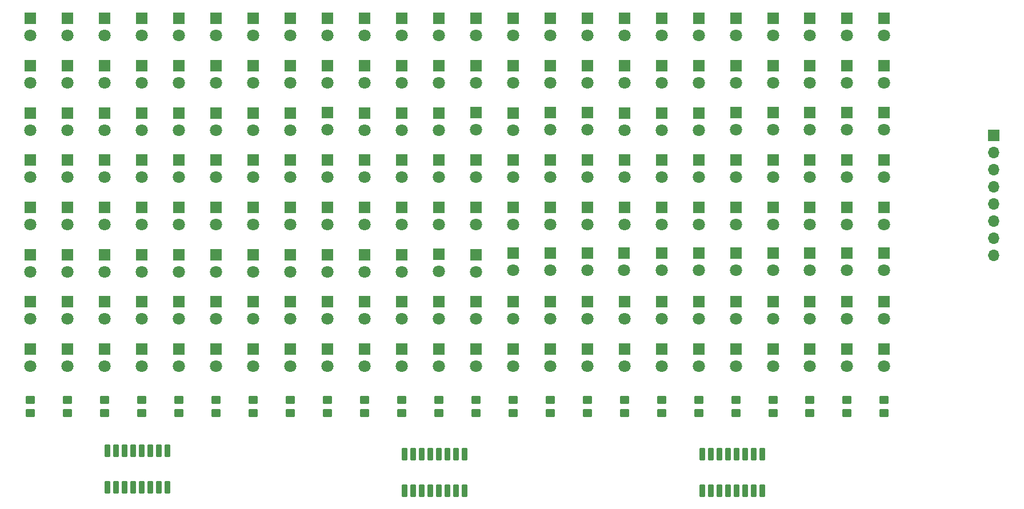
<source format=gbr>
%TF.GenerationSoftware,KiCad,Pcbnew,7.0.10-7.0.10~ubuntu22.04.1*%
%TF.CreationDate,2024-03-22T22:41:02+05:30*%
%TF.ProjectId,LEd_Display,4c45645f-4469-4737-906c-61792e6b6963,rev?*%
%TF.SameCoordinates,Original*%
%TF.FileFunction,Soldermask,Top*%
%TF.FilePolarity,Negative*%
%FSLAX46Y46*%
G04 Gerber Fmt 4.6, Leading zero omitted, Abs format (unit mm)*
G04 Created by KiCad (PCBNEW 7.0.10-7.0.10~ubuntu22.04.1) date 2024-03-22 22:41:02*
%MOMM*%
%LPD*%
G01*
G04 APERTURE LIST*
G04 Aperture macros list*
%AMRoundRect*
0 Rectangle with rounded corners*
0 $1 Rounding radius*
0 $2 $3 $4 $5 $6 $7 $8 $9 X,Y pos of 4 corners*
0 Add a 4 corners polygon primitive as box body*
4,1,4,$2,$3,$4,$5,$6,$7,$8,$9,$2,$3,0*
0 Add four circle primitives for the rounded corners*
1,1,$1+$1,$2,$3*
1,1,$1+$1,$4,$5*
1,1,$1+$1,$6,$7*
1,1,$1+$1,$8,$9*
0 Add four rect primitives between the rounded corners*
20,1,$1+$1,$2,$3,$4,$5,0*
20,1,$1+$1,$4,$5,$6,$7,0*
20,1,$1+$1,$6,$7,$8,$9,0*
20,1,$1+$1,$8,$9,$2,$3,0*%
G04 Aperture macros list end*
%ADD10RoundRect,0.054180X-0.332820X0.842820X-0.332820X-0.842820X0.332820X-0.842820X0.332820X0.842820X0*%
%ADD11RoundRect,0.250000X0.450000X-0.350000X0.450000X0.350000X-0.450000X0.350000X-0.450000X-0.350000X0*%
%ADD12O,1.700000X1.700000*%
%ADD13R,1.700000X1.700000*%
%ADD14C,1.800000*%
%ADD15R,1.800000X1.800000*%
G04 APERTURE END LIST*
D10*
%TO.C,U4*%
X191140000Y-119775000D03*
X189870000Y-119775000D03*
X188600000Y-119775000D03*
X187330000Y-119775000D03*
X186060000Y-119775000D03*
X184790000Y-119775000D03*
X183520000Y-119775000D03*
X182250000Y-119775000D03*
X182250000Y-114355000D03*
X183520000Y-114355000D03*
X184790000Y-114355000D03*
X186060000Y-114355000D03*
X187330000Y-114355000D03*
X188600000Y-114355000D03*
X189870000Y-114355000D03*
X191140000Y-114355000D03*
%TD*%
%TO.C,U3*%
X147040000Y-119775000D03*
X145770000Y-119775000D03*
X144500000Y-119775000D03*
X143230000Y-119775000D03*
X141960000Y-119775000D03*
X140690000Y-119775000D03*
X139420000Y-119775000D03*
X138150000Y-119775000D03*
X138150000Y-114355000D03*
X139420000Y-114355000D03*
X140690000Y-114355000D03*
X141960000Y-114355000D03*
X143230000Y-114355000D03*
X144500000Y-114355000D03*
X145770000Y-114355000D03*
X147040000Y-114355000D03*
%TD*%
%TO.C,U2*%
X103020000Y-113855000D03*
X101750000Y-113855000D03*
X100480000Y-113855000D03*
X99210000Y-113855000D03*
X97940000Y-113855000D03*
X96670000Y-113855000D03*
X95400000Y-113855000D03*
X94130000Y-113855000D03*
X94130000Y-119275000D03*
X95400000Y-119275000D03*
X96670000Y-119275000D03*
X97940000Y-119275000D03*
X99210000Y-119275000D03*
X100480000Y-119275000D03*
X101750000Y-119275000D03*
X103020000Y-119275000D03*
%TD*%
D11*
%TO.C,R24*%
X170750000Y-106275000D03*
X170750000Y-108275000D03*
%TD*%
%TO.C,R23*%
X176250000Y-106275000D03*
X176250000Y-108275000D03*
%TD*%
%TO.C,R22*%
X181750000Y-106275000D03*
X181750000Y-108275000D03*
%TD*%
%TO.C,R21*%
X187250000Y-106275000D03*
X187250000Y-108275000D03*
%TD*%
%TO.C,R20*%
X192750000Y-106275000D03*
X192750000Y-108275000D03*
%TD*%
%TO.C,R19*%
X198250000Y-106275000D03*
X198250000Y-108275000D03*
%TD*%
%TO.C,R18*%
X203750000Y-106275000D03*
X203750000Y-108275000D03*
%TD*%
%TO.C,R17*%
X209250000Y-106275000D03*
X209250000Y-108275000D03*
%TD*%
%TO.C,R16*%
X126750000Y-106275000D03*
X126750000Y-108275000D03*
%TD*%
%TO.C,R15*%
X132250000Y-106275000D03*
X132250000Y-108275000D03*
%TD*%
%TO.C,R14*%
X137750000Y-106275000D03*
X137750000Y-108275000D03*
%TD*%
%TO.C,R13*%
X143250000Y-106275000D03*
X143250000Y-108275000D03*
%TD*%
%TO.C,R12*%
X148750000Y-106275000D03*
X148750000Y-108275000D03*
%TD*%
%TO.C,R11*%
X154250000Y-106275000D03*
X154250000Y-108275000D03*
%TD*%
%TO.C,R10*%
X159750000Y-106275000D03*
X159750000Y-108275000D03*
%TD*%
%TO.C,R9*%
X165250000Y-106275000D03*
X165250000Y-108275000D03*
%TD*%
%TO.C,R8*%
X82750000Y-106275000D03*
X82750000Y-108275000D03*
%TD*%
%TO.C,R7*%
X88250000Y-106275000D03*
X88250000Y-108275000D03*
%TD*%
%TO.C,R6*%
X93750000Y-106275000D03*
X93750000Y-108275000D03*
%TD*%
%TO.C,R5*%
X99250000Y-106275000D03*
X99250000Y-108275000D03*
%TD*%
%TO.C,R4*%
X104750000Y-106275000D03*
X104750000Y-108275000D03*
%TD*%
%TO.C,R3*%
X110250000Y-106275000D03*
X110250000Y-108275000D03*
%TD*%
%TO.C,R2*%
X115750000Y-106275000D03*
X115750000Y-108275000D03*
%TD*%
%TO.C,R1*%
X121250000Y-106275000D03*
X121250000Y-108275000D03*
%TD*%
D12*
%TO.C,J1*%
X225500000Y-84855000D03*
X225500000Y-82315000D03*
X225500000Y-79775000D03*
X225500000Y-77235000D03*
X225500000Y-74695000D03*
X225500000Y-72155000D03*
X225500000Y-69615000D03*
D13*
X225500000Y-67075000D03*
%TD*%
D14*
%TO.C,D192*%
X209250000Y-101290000D03*
D15*
X209250000Y-98750000D03*
%TD*%
D14*
%TO.C,D191*%
X209250000Y-94290000D03*
D15*
X209250000Y-91750000D03*
%TD*%
D14*
%TO.C,D190*%
X209250000Y-87040000D03*
D15*
X209250000Y-84500000D03*
%TD*%
D14*
%TO.C,D189*%
X209250000Y-80290000D03*
D15*
X209250000Y-77750000D03*
%TD*%
D14*
%TO.C,D188*%
X209250000Y-73275000D03*
D15*
X209250000Y-70735000D03*
%TD*%
D14*
%TO.C,D187*%
X209250000Y-66290000D03*
D15*
X209250000Y-63750000D03*
%TD*%
D14*
%TO.C,D186*%
X209250000Y-59290000D03*
D15*
X209250000Y-56750000D03*
%TD*%
D14*
%TO.C,D185*%
X209250000Y-52290000D03*
D15*
X209250000Y-49750000D03*
%TD*%
D14*
%TO.C,D184*%
X203750000Y-101275000D03*
D15*
X203750000Y-98735000D03*
%TD*%
D14*
%TO.C,D183*%
X203750000Y-94290000D03*
D15*
X203750000Y-91750000D03*
%TD*%
D14*
%TO.C,D182*%
X203750000Y-87040000D03*
D15*
X203750000Y-84500000D03*
%TD*%
D14*
%TO.C,D181*%
X203750000Y-80315000D03*
D15*
X203750000Y-77775000D03*
%TD*%
D14*
%TO.C,D180*%
X203750000Y-73290000D03*
D15*
X203750000Y-70750000D03*
%TD*%
D14*
%TO.C,D179*%
X203750000Y-66290000D03*
D15*
X203750000Y-63750000D03*
%TD*%
D14*
%TO.C,D178*%
X203750000Y-59290000D03*
D15*
X203750000Y-56750000D03*
%TD*%
D14*
%TO.C,D177*%
X203750000Y-52290000D03*
D15*
X203750000Y-49750000D03*
%TD*%
D14*
%TO.C,D176*%
X198250000Y-101290000D03*
D15*
X198250000Y-98750000D03*
%TD*%
D14*
%TO.C,D175*%
X198250000Y-94290000D03*
D15*
X198250000Y-91750000D03*
%TD*%
D14*
%TO.C,D174*%
X198250000Y-87040000D03*
D15*
X198250000Y-84500000D03*
%TD*%
D14*
%TO.C,D173*%
X198250000Y-80290000D03*
D15*
X198250000Y-77750000D03*
%TD*%
D14*
%TO.C,D172*%
X198250000Y-73290000D03*
D15*
X198250000Y-70750000D03*
%TD*%
D14*
%TO.C,D171*%
X198250000Y-66290000D03*
D15*
X198250000Y-63750000D03*
%TD*%
D14*
%TO.C,D170*%
X198250000Y-59315000D03*
D15*
X198250000Y-56775000D03*
%TD*%
D14*
%TO.C,D169*%
X198250000Y-52315000D03*
D15*
X198250000Y-49775000D03*
%TD*%
D14*
%TO.C,D168*%
X192750000Y-101290000D03*
D15*
X192750000Y-98750000D03*
%TD*%
D14*
%TO.C,D167*%
X192750000Y-94290000D03*
D15*
X192750000Y-91750000D03*
%TD*%
D14*
%TO.C,D166*%
X192750000Y-87040000D03*
D15*
X192750000Y-84500000D03*
%TD*%
D14*
%TO.C,D165*%
X192750000Y-80290000D03*
D15*
X192750000Y-77750000D03*
%TD*%
D14*
%TO.C,D164*%
X192750000Y-73290000D03*
D15*
X192750000Y-70750000D03*
%TD*%
D14*
%TO.C,D163*%
X192750000Y-66290000D03*
D15*
X192750000Y-63750000D03*
%TD*%
D14*
%TO.C,D162*%
X192750000Y-59290000D03*
D15*
X192750000Y-56750000D03*
%TD*%
D14*
%TO.C,D161*%
X192750000Y-52290000D03*
D15*
X192750000Y-49750000D03*
%TD*%
D14*
%TO.C,D160*%
X187250000Y-101290000D03*
D15*
X187250000Y-98750000D03*
%TD*%
D14*
%TO.C,D159*%
X187250000Y-94290000D03*
D15*
X187250000Y-91750000D03*
%TD*%
D14*
%TO.C,D158*%
X187250000Y-87040000D03*
D15*
X187250000Y-84500000D03*
%TD*%
D14*
%TO.C,D157*%
X187250000Y-80290000D03*
D15*
X187250000Y-77750000D03*
%TD*%
D14*
%TO.C,D156*%
X187250000Y-73290000D03*
D15*
X187250000Y-70750000D03*
%TD*%
D14*
%TO.C,D155*%
X187250000Y-66290000D03*
D15*
X187250000Y-63750000D03*
%TD*%
D14*
%TO.C,D154*%
X187250000Y-59290000D03*
D15*
X187250000Y-56750000D03*
%TD*%
D14*
%TO.C,D153*%
X187250000Y-52290000D03*
D15*
X187250000Y-49750000D03*
%TD*%
%TO.C,D152*%
X181750000Y-98750000D03*
D14*
X181750000Y-101290000D03*
%TD*%
D15*
%TO.C,D151*%
X181750000Y-91750000D03*
D14*
X181750000Y-94290000D03*
%TD*%
D15*
%TO.C,D150*%
X181750000Y-84500000D03*
D14*
X181750000Y-87040000D03*
%TD*%
D15*
%TO.C,D149*%
X181750000Y-77750000D03*
D14*
X181750000Y-80290000D03*
%TD*%
D15*
%TO.C,D148*%
X181750000Y-70750000D03*
D14*
X181750000Y-73290000D03*
%TD*%
D15*
%TO.C,D147*%
X181750000Y-63775000D03*
D14*
X181750000Y-66315000D03*
%TD*%
D15*
%TO.C,D146*%
X181750000Y-56775000D03*
D14*
X181750000Y-59315000D03*
%TD*%
D15*
%TO.C,D145*%
X181750000Y-49735000D03*
D14*
X181750000Y-52275000D03*
%TD*%
%TO.C,D144*%
X176250000Y-101315000D03*
D15*
X176250000Y-98775000D03*
%TD*%
D14*
%TO.C,D143*%
X176250000Y-94290000D03*
D15*
X176250000Y-91750000D03*
%TD*%
D14*
%TO.C,D142*%
X176250000Y-87040000D03*
D15*
X176250000Y-84500000D03*
%TD*%
D14*
%TO.C,D141*%
X176250000Y-80315000D03*
D15*
X176250000Y-77775000D03*
%TD*%
%TO.C,D140*%
X176250000Y-70775000D03*
D14*
X176250000Y-73315000D03*
%TD*%
D15*
%TO.C,D139*%
X176250000Y-63775000D03*
D14*
X176250000Y-66315000D03*
%TD*%
D15*
%TO.C,D138*%
X176250000Y-56775000D03*
D14*
X176250000Y-59315000D03*
%TD*%
D15*
%TO.C,D137*%
X176250000Y-49775000D03*
D14*
X176250000Y-52315000D03*
%TD*%
%TO.C,D136*%
X170750000Y-101315000D03*
D15*
X170750000Y-98775000D03*
%TD*%
D14*
%TO.C,D135*%
X170750000Y-94315000D03*
D15*
X170750000Y-91775000D03*
%TD*%
D14*
%TO.C,D134*%
X170700000Y-87075000D03*
D15*
X170700000Y-84535000D03*
%TD*%
D14*
%TO.C,D133*%
X170750000Y-80315000D03*
D15*
X170750000Y-77775000D03*
%TD*%
D14*
%TO.C,D132*%
X170750000Y-73315000D03*
D15*
X170750000Y-70775000D03*
%TD*%
%TO.C,D131*%
X170750000Y-63775000D03*
D14*
X170750000Y-66315000D03*
%TD*%
D15*
%TO.C,D130*%
X170750000Y-56775000D03*
D14*
X170750000Y-59315000D03*
%TD*%
%TO.C,D129*%
X170750000Y-52315000D03*
D15*
X170750000Y-49775000D03*
%TD*%
D14*
%TO.C,D128*%
X165250000Y-101275000D03*
D15*
X165250000Y-98735000D03*
%TD*%
%TO.C,D127*%
X165250000Y-91775000D03*
D14*
X165250000Y-94315000D03*
%TD*%
D15*
%TO.C,D126*%
X165250000Y-84525000D03*
D14*
X165250000Y-87065000D03*
%TD*%
D15*
%TO.C,D125*%
X165250000Y-77775000D03*
D14*
X165250000Y-80315000D03*
%TD*%
D15*
%TO.C,D124*%
X165250000Y-70775000D03*
D14*
X165250000Y-73315000D03*
%TD*%
D15*
%TO.C,D123*%
X165250000Y-63735000D03*
D14*
X165250000Y-66275000D03*
%TD*%
D15*
%TO.C,D122*%
X165250000Y-56750000D03*
D14*
X165250000Y-59290000D03*
%TD*%
D15*
%TO.C,D121*%
X165250000Y-49775000D03*
D14*
X165250000Y-52315000D03*
%TD*%
%TO.C,D120*%
X159750000Y-101290000D03*
D15*
X159750000Y-98750000D03*
%TD*%
D14*
%TO.C,D119*%
X159750000Y-94290000D03*
D15*
X159750000Y-91750000D03*
%TD*%
D14*
%TO.C,D118*%
X159750000Y-87040000D03*
D15*
X159750000Y-84500000D03*
%TD*%
D14*
%TO.C,D117*%
X159750000Y-80315000D03*
D15*
X159750000Y-77775000D03*
%TD*%
D14*
%TO.C,D116*%
X159750000Y-73290000D03*
D15*
X159750000Y-70750000D03*
%TD*%
D14*
%TO.C,D115*%
X159750000Y-66290000D03*
D15*
X159750000Y-63750000D03*
%TD*%
D14*
%TO.C,D114*%
X159750000Y-59315000D03*
D15*
X159750000Y-56775000D03*
%TD*%
D14*
%TO.C,D113*%
X159750000Y-52290000D03*
D15*
X159750000Y-49750000D03*
%TD*%
D14*
%TO.C,D112*%
X154250000Y-101315000D03*
D15*
X154250000Y-98775000D03*
%TD*%
D14*
%TO.C,D111*%
X154250000Y-94315000D03*
D15*
X154250000Y-91775000D03*
%TD*%
D14*
%TO.C,D110*%
X154250000Y-87065000D03*
D15*
X154250000Y-84525000D03*
%TD*%
D14*
%TO.C,D109*%
X154250000Y-80315000D03*
D15*
X154250000Y-77775000D03*
%TD*%
D14*
%TO.C,D108*%
X154250000Y-73315000D03*
D15*
X154250000Y-70775000D03*
%TD*%
D14*
%TO.C,D107*%
X154250000Y-66315000D03*
D15*
X154250000Y-63775000D03*
%TD*%
D14*
%TO.C,D106*%
X154250000Y-59315000D03*
D15*
X154250000Y-56775000D03*
%TD*%
D14*
%TO.C,D105*%
X154250000Y-52290000D03*
D15*
X154250000Y-49750000D03*
%TD*%
D14*
%TO.C,D104*%
X148750000Y-101315000D03*
D15*
X148750000Y-98775000D03*
%TD*%
D14*
%TO.C,D103*%
X148750000Y-94315000D03*
D15*
X148750000Y-91775000D03*
%TD*%
D14*
%TO.C,D102*%
X148750000Y-87315000D03*
D15*
X148750000Y-84775000D03*
%TD*%
D14*
%TO.C,D101*%
X148750000Y-80315000D03*
D15*
X148750000Y-77775000D03*
%TD*%
D14*
%TO.C,D100*%
X148750000Y-73315000D03*
D15*
X148750000Y-70775000D03*
%TD*%
D14*
%TO.C,D99*%
X148750000Y-66290000D03*
D15*
X148750000Y-63750000D03*
%TD*%
D14*
%TO.C,D98*%
X148750000Y-59315000D03*
D15*
X148750000Y-56775000D03*
%TD*%
D14*
%TO.C,D97*%
X148750000Y-52315000D03*
D15*
X148750000Y-49775000D03*
%TD*%
D14*
%TO.C,D96*%
X143250000Y-101275000D03*
D15*
X143250000Y-98735000D03*
%TD*%
%TO.C,D95*%
X143250000Y-91775000D03*
D14*
X143250000Y-94315000D03*
%TD*%
D15*
%TO.C,D94*%
X143250000Y-84735000D03*
D14*
X143250000Y-87275000D03*
%TD*%
D15*
%TO.C,D93*%
X143250000Y-77775000D03*
D14*
X143250000Y-80315000D03*
%TD*%
D15*
%TO.C,D92*%
X143250000Y-70775000D03*
D14*
X143250000Y-73315000D03*
%TD*%
D15*
%TO.C,D91*%
X143250000Y-63775000D03*
D14*
X143250000Y-66315000D03*
%TD*%
D15*
%TO.C,D90*%
X143250000Y-56775000D03*
D14*
X143250000Y-59315000D03*
%TD*%
D15*
%TO.C,D89*%
X143250000Y-49775000D03*
D14*
X143250000Y-52315000D03*
%TD*%
%TO.C,D88*%
X137750000Y-101315000D03*
D15*
X137750000Y-98775000D03*
%TD*%
D14*
%TO.C,D87*%
X137750000Y-94315000D03*
D15*
X137750000Y-91775000D03*
%TD*%
D14*
%TO.C,D86*%
X137750000Y-87315000D03*
D15*
X137750000Y-84775000D03*
%TD*%
D14*
%TO.C,D85*%
X137750000Y-80315000D03*
D15*
X137750000Y-77775000D03*
%TD*%
D14*
%TO.C,D84*%
X137750000Y-73315000D03*
D15*
X137750000Y-70775000D03*
%TD*%
D14*
%TO.C,D83*%
X137750000Y-66315000D03*
D15*
X137750000Y-63775000D03*
%TD*%
D14*
%TO.C,D82*%
X137750000Y-59315000D03*
D15*
X137750000Y-56775000D03*
%TD*%
D14*
%TO.C,D81*%
X137750000Y-52315000D03*
D15*
X137750000Y-49775000D03*
%TD*%
D14*
%TO.C,D80*%
X132250000Y-101315000D03*
D15*
X132250000Y-98775000D03*
%TD*%
D14*
%TO.C,D79*%
X132250000Y-94315000D03*
D15*
X132250000Y-91775000D03*
%TD*%
D14*
%TO.C,D78*%
X132250000Y-87315000D03*
D15*
X132250000Y-84775000D03*
%TD*%
D14*
%TO.C,D77*%
X132250000Y-80315000D03*
D15*
X132250000Y-77775000D03*
%TD*%
D14*
%TO.C,D76*%
X132250000Y-73315000D03*
D15*
X132250000Y-70775000D03*
%TD*%
D14*
%TO.C,D75*%
X132250000Y-66315000D03*
D15*
X132250000Y-63775000D03*
%TD*%
D14*
%TO.C,D74*%
X132250000Y-59315000D03*
D15*
X132250000Y-56775000D03*
%TD*%
D14*
%TO.C,D73*%
X132250000Y-52290000D03*
D15*
X132250000Y-49750000D03*
%TD*%
D14*
%TO.C,D72*%
X126750000Y-101290000D03*
D15*
X126750000Y-98750000D03*
%TD*%
D14*
%TO.C,D71*%
X126750000Y-94315000D03*
D15*
X126750000Y-91775000D03*
%TD*%
D14*
%TO.C,D70*%
X126750000Y-87315000D03*
D15*
X126750000Y-84775000D03*
%TD*%
D14*
%TO.C,D69*%
X126750000Y-80290000D03*
D15*
X126750000Y-77750000D03*
%TD*%
D14*
%TO.C,D68*%
X126750000Y-73315000D03*
D15*
X126750000Y-70775000D03*
%TD*%
D14*
%TO.C,D67*%
X126750000Y-66290000D03*
D15*
X126750000Y-63750000D03*
%TD*%
D14*
%TO.C,D66*%
X126750000Y-59315000D03*
D15*
X126750000Y-56775000D03*
%TD*%
D14*
%TO.C,D65*%
X126750000Y-52315000D03*
D15*
X126750000Y-49775000D03*
%TD*%
D14*
%TO.C,D64*%
X121250000Y-101315000D03*
D15*
X121250000Y-98775000D03*
%TD*%
D14*
%TO.C,D63*%
X121250000Y-94315000D03*
D15*
X121250000Y-91775000D03*
%TD*%
D14*
%TO.C,D62*%
X121250000Y-87315000D03*
D15*
X121250000Y-84775000D03*
%TD*%
D14*
%TO.C,D61*%
X121250000Y-80315000D03*
D15*
X121250000Y-77775000D03*
%TD*%
D14*
%TO.C,D60*%
X121250000Y-73315000D03*
D15*
X121250000Y-70775000D03*
%TD*%
D14*
%TO.C,D59*%
X121250000Y-66315000D03*
D15*
X121250000Y-63775000D03*
%TD*%
D14*
%TO.C,D58*%
X121250000Y-59275000D03*
D15*
X121250000Y-56735000D03*
%TD*%
D14*
%TO.C,D57*%
X121250000Y-52290000D03*
D15*
X121250000Y-49750000D03*
%TD*%
D14*
%TO.C,D56*%
X115750000Y-101315000D03*
D15*
X115750000Y-98775000D03*
%TD*%
D14*
%TO.C,D55*%
X115750000Y-94315000D03*
D15*
X115750000Y-91775000D03*
%TD*%
%TO.C,D54*%
X115750000Y-84775000D03*
D14*
X115750000Y-87315000D03*
%TD*%
%TO.C,D53*%
X115750000Y-80315000D03*
D15*
X115750000Y-77775000D03*
%TD*%
D14*
%TO.C,D52*%
X115750000Y-73315000D03*
D15*
X115750000Y-70775000D03*
%TD*%
D14*
%TO.C,D51*%
X115750000Y-66315000D03*
D15*
X115750000Y-63775000D03*
%TD*%
%TO.C,D50*%
X115750000Y-56775000D03*
D14*
X115750000Y-59315000D03*
%TD*%
%TO.C,D49*%
X115750000Y-52315000D03*
D15*
X115750000Y-49775000D03*
%TD*%
D14*
%TO.C,D48*%
X110250000Y-101315000D03*
D15*
X110250000Y-98775000D03*
%TD*%
D14*
%TO.C,D47*%
X110250000Y-94315000D03*
D15*
X110250000Y-91775000D03*
%TD*%
D14*
%TO.C,D46*%
X110250000Y-87315000D03*
D15*
X110250000Y-84775000D03*
%TD*%
D14*
%TO.C,D45*%
X110250000Y-80290000D03*
D15*
X110250000Y-77750000D03*
%TD*%
D14*
%TO.C,D44*%
X110250000Y-73315000D03*
D15*
X110250000Y-70775000D03*
%TD*%
D14*
%TO.C,D43*%
X110250000Y-66315000D03*
D15*
X110250000Y-63775000D03*
%TD*%
D14*
%TO.C,D42*%
X110250000Y-59275000D03*
D15*
X110250000Y-56735000D03*
%TD*%
D14*
%TO.C,D41*%
X110250000Y-52275000D03*
D15*
X110250000Y-49735000D03*
%TD*%
D14*
%TO.C,D40*%
X104750000Y-101290000D03*
D15*
X104750000Y-98750000D03*
%TD*%
D14*
%TO.C,D39*%
X104750000Y-94290000D03*
D15*
X104750000Y-91750000D03*
%TD*%
D14*
%TO.C,D38*%
X104750000Y-87290000D03*
D15*
X104750000Y-84750000D03*
%TD*%
D14*
%TO.C,D37*%
X104750000Y-80290000D03*
D15*
X104750000Y-77750000D03*
%TD*%
D14*
%TO.C,D36*%
X104750000Y-73290000D03*
D15*
X104750000Y-70750000D03*
%TD*%
D14*
%TO.C,D35*%
X104750000Y-66315000D03*
D15*
X104750000Y-63775000D03*
%TD*%
D14*
%TO.C,D34*%
X104750000Y-59315000D03*
D15*
X104750000Y-56775000D03*
%TD*%
D14*
%TO.C,D33*%
X104750000Y-52315000D03*
D15*
X104750000Y-49775000D03*
%TD*%
D14*
%TO.C,D32*%
X99250000Y-101315000D03*
D15*
X99250000Y-98775000D03*
%TD*%
D14*
%TO.C,D31*%
X99250000Y-94275000D03*
D15*
X99250000Y-91735000D03*
%TD*%
D14*
%TO.C,D30*%
X99250000Y-87290000D03*
D15*
X99250000Y-84750000D03*
%TD*%
D14*
%TO.C,D29*%
X99250000Y-80315000D03*
D15*
X99250000Y-77775000D03*
%TD*%
D14*
%TO.C,D28*%
X99250000Y-73315000D03*
D15*
X99250000Y-70775000D03*
%TD*%
D14*
%TO.C,D27*%
X99250000Y-66315000D03*
D15*
X99250000Y-63775000D03*
%TD*%
D14*
%TO.C,D26*%
X99250000Y-59315000D03*
D15*
X99250000Y-56775000D03*
%TD*%
D14*
%TO.C,D25*%
X99250000Y-52315000D03*
D15*
X99250000Y-49775000D03*
%TD*%
D14*
%TO.C,D24*%
X93750000Y-101315000D03*
D15*
X93750000Y-98775000D03*
%TD*%
D14*
%TO.C,D23*%
X93750000Y-94315000D03*
D15*
X93750000Y-91775000D03*
%TD*%
D14*
%TO.C,D22*%
X93750000Y-87315000D03*
D15*
X93750000Y-84775000D03*
%TD*%
%TO.C,D21*%
X93750000Y-77750000D03*
D14*
X93750000Y-80290000D03*
%TD*%
%TO.C,D20*%
X93750000Y-73315000D03*
D15*
X93750000Y-70775000D03*
%TD*%
D14*
%TO.C,D19*%
X93750000Y-66315000D03*
D15*
X93750000Y-63775000D03*
%TD*%
D14*
%TO.C,D18*%
X93750000Y-59315000D03*
D15*
X93750000Y-56775000D03*
%TD*%
D14*
%TO.C,D17*%
X93750000Y-52315000D03*
D15*
X93750000Y-49775000D03*
%TD*%
D14*
%TO.C,D16*%
X88250000Y-101315000D03*
D15*
X88250000Y-98775000D03*
%TD*%
D14*
%TO.C,D15*%
X88250000Y-94315000D03*
D15*
X88250000Y-91775000D03*
%TD*%
D14*
%TO.C,D14*%
X88250000Y-87315000D03*
D15*
X88250000Y-84775000D03*
%TD*%
D14*
%TO.C,D13*%
X88250000Y-80315000D03*
D15*
X88250000Y-77775000D03*
%TD*%
D14*
%TO.C,D12*%
X88250000Y-73315000D03*
D15*
X88250000Y-70775000D03*
%TD*%
D14*
%TO.C,D11*%
X88250000Y-66315000D03*
D15*
X88250000Y-63775000D03*
%TD*%
D14*
%TO.C,D10*%
X88250000Y-59315000D03*
D15*
X88250000Y-56775000D03*
%TD*%
D14*
%TO.C,D9*%
X88250000Y-52315000D03*
D15*
X88250000Y-49775000D03*
%TD*%
D14*
%TO.C,D8*%
X82750000Y-101315000D03*
D15*
X82750000Y-98775000D03*
%TD*%
D14*
%TO.C,D7*%
X82750000Y-94315000D03*
D15*
X82750000Y-91775000D03*
%TD*%
D14*
%TO.C,D6*%
X82750000Y-87315000D03*
D15*
X82750000Y-84775000D03*
%TD*%
D14*
%TO.C,D5*%
X82750000Y-80315000D03*
D15*
X82750000Y-77775000D03*
%TD*%
D14*
%TO.C,D4*%
X82750000Y-73315000D03*
D15*
X82750000Y-70775000D03*
%TD*%
D14*
%TO.C,D3*%
X82750000Y-66315000D03*
D15*
X82750000Y-63775000D03*
%TD*%
D14*
%TO.C,D2*%
X82750000Y-59315000D03*
D15*
X82750000Y-56775000D03*
%TD*%
D14*
%TO.C,D1*%
X82750000Y-52315000D03*
D15*
X82750000Y-49775000D03*
%TD*%
M02*

</source>
